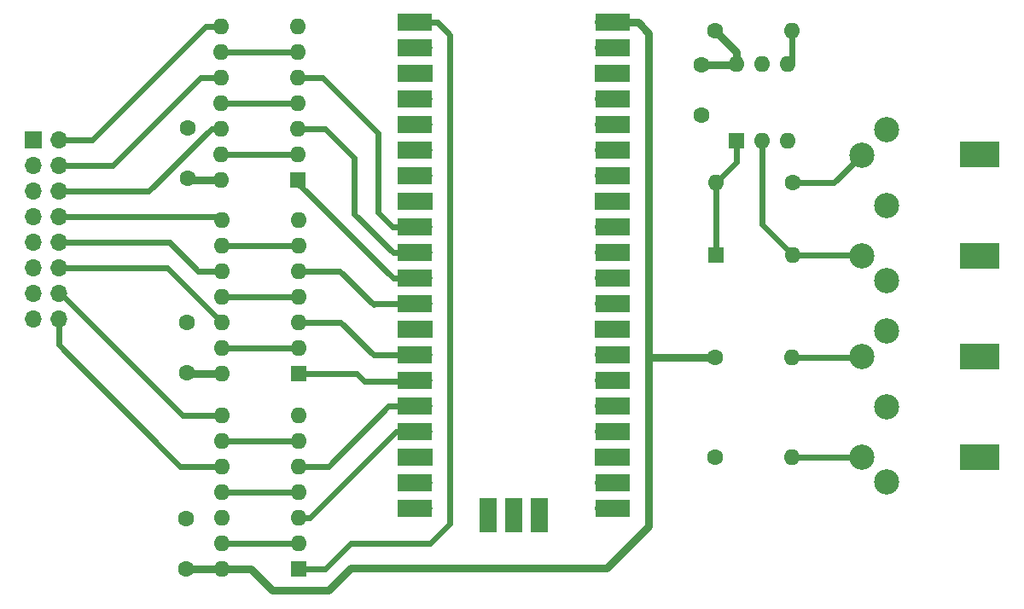
<source format=gbr>
%TF.GenerationSoftware,KiCad,Pcbnew,(6.0.5)*%
%TF.CreationDate,2022-08-31T14:42:19+01:00*%
%TF.ProjectId,PicoMIDISplitterTTL,5069636f-4d49-4444-9953-706c69747465,rev?*%
%TF.SameCoordinates,Original*%
%TF.FileFunction,Copper,L1,Top*%
%TF.FilePolarity,Positive*%
%FSLAX46Y46*%
G04 Gerber Fmt 4.6, Leading zero omitted, Abs format (unit mm)*
G04 Created by KiCad (PCBNEW (6.0.5)) date 2022-08-31 14:42:19*
%MOMM*%
%LPD*%
G01*
G04 APERTURE LIST*
%TA.AperFunction,ComponentPad*%
%ADD10R,1.700000X1.700000*%
%TD*%
%TA.AperFunction,ComponentPad*%
%ADD11O,1.700000X1.700000*%
%TD*%
%TA.AperFunction,SMDPad,CuDef*%
%ADD12R,3.500000X1.700000*%
%TD*%
%TA.AperFunction,SMDPad,CuDef*%
%ADD13R,1.700000X3.500000*%
%TD*%
%TA.AperFunction,ComponentPad*%
%ADD14R,1.600000X1.600000*%
%TD*%
%TA.AperFunction,ComponentPad*%
%ADD15O,1.600000X1.600000*%
%TD*%
%TA.AperFunction,WasherPad*%
%ADD16R,4.000000X2.500000*%
%TD*%
%TA.AperFunction,ComponentPad*%
%ADD17C,2.499360*%
%TD*%
%TA.AperFunction,ComponentPad*%
%ADD18C,1.600000*%
%TD*%
%TA.AperFunction,Conductor*%
%ADD19C,0.600000*%
%TD*%
%TA.AperFunction,Conductor*%
%ADD20C,0.800000*%
%TD*%
G04 APERTURE END LIST*
D10*
%TO.P,J1,1,Pin_1*%
%TO.N,GND*%
X52298600Y-53517800D03*
D11*
%TO.P,J1,2,Pin_2*%
%TO.N,Net-(U1-Pad8)*%
X54838600Y-53517800D03*
%TO.P,J1,3,Pin_3*%
%TO.N,GND*%
X52298600Y-56057800D03*
%TO.P,J1,4,Pin_4*%
%TO.N,Net-(U1-Pad10)*%
X54838600Y-56057800D03*
%TO.P,J1,5,Pin_5*%
%TO.N,GND*%
X52298600Y-58597800D03*
%TO.P,J1,6,Pin_6*%
%TO.N,Net-(U1-Pad12)*%
X54838600Y-58597800D03*
%TO.P,J1,7,Pin_7*%
%TO.N,GND*%
X52298600Y-61137800D03*
%TO.P,J1,8,Pin_8*%
%TO.N,Net-(U2-Pad8)*%
X54838600Y-61137800D03*
%TO.P,J1,9,Pin_9*%
%TO.N,GND*%
X52298600Y-63677800D03*
%TO.P,J1,10,Pin_10*%
%TO.N,Net-(U2-Pad10)*%
X54838600Y-63677800D03*
%TO.P,J1,11,Pin_11*%
%TO.N,GND*%
X52298600Y-66217800D03*
%TO.P,J1,12,Pin_12*%
%TO.N,Net-(U2-Pad12)*%
X54838600Y-66217800D03*
%TO.P,J1,13,Pin_13*%
%TO.N,GND*%
X52298600Y-68757800D03*
%TO.P,J1,14,Pin_14*%
%TO.N,Net-(U3-Pad8)*%
X54838600Y-68757800D03*
%TO.P,J1,15,Pin_15*%
%TO.N,GND*%
X52298600Y-71297800D03*
%TO.P,J1,16,Pin_16*%
%TO.N,Net-(U3-Pad10)*%
X54838600Y-71297800D03*
%TD*%
D12*
%TO.P,U4,1,GPIO0*%
%TO.N,/TX0*%
X90210000Y-41870000D03*
D11*
X91110000Y-41870000D03*
%TO.P,U4,2,GPIO1*%
%TO.N,/RX0*%
X91110000Y-44410000D03*
D12*
X90210000Y-44410000D03*
D10*
%TO.P,U4,3,GND*%
%TO.N,GND*%
X91110000Y-46950000D03*
D12*
X90210000Y-46950000D03*
D11*
%TO.P,U4,4,GPIO2*%
%TO.N,unconnected-(U4-Pad4)*%
X91110000Y-49490000D03*
D12*
X90210000Y-49490000D03*
%TO.P,U4,5,GPIO3*%
%TO.N,unconnected-(U4-Pad5)*%
X90210000Y-52030000D03*
D11*
X91110000Y-52030000D03*
%TO.P,U4,6,GPIO4*%
%TO.N,/TX1*%
X91110000Y-54570000D03*
D12*
X90210000Y-54570000D03*
D11*
%TO.P,U4,7,GPIO5*%
%TO.N,/RX1*%
X91110000Y-57110000D03*
D12*
X90210000Y-57110000D03*
%TO.P,U4,8,GND*%
%TO.N,GND*%
X90210000Y-59650000D03*
D10*
X91110000Y-59650000D03*
D12*
%TO.P,U4,9,GPIO6*%
%TO.N,/PIO_TX0*%
X90210000Y-62190000D03*
D11*
X91110000Y-62190000D03*
D12*
%TO.P,U4,10,GPIO7*%
%TO.N,/PIO_TX1*%
X90210000Y-64730000D03*
D11*
X91110000Y-64730000D03*
D12*
%TO.P,U4,11,GPIO8*%
%TO.N,/PIO_TX2*%
X90210000Y-67270000D03*
D11*
X91110000Y-67270000D03*
%TO.P,U4,12,GPIO9*%
%TO.N,/PIO_TX3*%
X91110000Y-69810000D03*
D12*
X90210000Y-69810000D03*
%TO.P,U4,13,GND*%
%TO.N,GND*%
X90210000Y-72350000D03*
D10*
X91110000Y-72350000D03*
D11*
%TO.P,U4,14,GPIO10*%
%TO.N,/PIO_TX4*%
X91110000Y-74890000D03*
D12*
X90210000Y-74890000D03*
%TO.P,U4,15,GPIO11*%
%TO.N,/PIO_TX5*%
X90210000Y-77430000D03*
D11*
X91110000Y-77430000D03*
%TO.P,U4,16,GPIO12*%
%TO.N,/PIO_TX6*%
X91110000Y-79970000D03*
D12*
X90210000Y-79970000D03*
D11*
%TO.P,U4,17,GPIO13*%
%TO.N,/PIO_TX7*%
X91110000Y-82510000D03*
D12*
X90210000Y-82510000D03*
D10*
%TO.P,U4,18,GND*%
%TO.N,GND*%
X91110000Y-85050000D03*
D12*
X90210000Y-85050000D03*
D11*
%TO.P,U4,19,GPIO14*%
%TO.N,unconnected-(U4-Pad19)*%
X91110000Y-87590000D03*
D12*
X90210000Y-87590000D03*
%TO.P,U4,20,GPIO15*%
%TO.N,unconnected-(U4-Pad20)*%
X90210000Y-90130000D03*
D11*
X91110000Y-90130000D03*
D12*
%TO.P,U4,21,GPIO16*%
%TO.N,unconnected-(U4-Pad21)*%
X109790000Y-90130000D03*
D11*
X108890000Y-90130000D03*
D12*
%TO.P,U4,22,GPIO17*%
%TO.N,unconnected-(U4-Pad22)*%
X109790000Y-87590000D03*
D11*
X108890000Y-87590000D03*
D12*
%TO.P,U4,23,GND*%
%TO.N,GND*%
X109790000Y-85050000D03*
D10*
X108890000Y-85050000D03*
D11*
%TO.P,U4,24,GPIO18*%
%TO.N,unconnected-(U4-Pad24)*%
X108890000Y-82510000D03*
D12*
X109790000Y-82510000D03*
%TO.P,U4,25,GPIO19*%
%TO.N,unconnected-(U4-Pad25)*%
X109790000Y-79970000D03*
D11*
X108890000Y-79970000D03*
%TO.P,U4,26,GPIO20*%
%TO.N,unconnected-(U4-Pad26)*%
X108890000Y-77430000D03*
D12*
X109790000Y-77430000D03*
D11*
%TO.P,U4,27,GPIO21*%
%TO.N,unconnected-(U4-Pad27)*%
X108890000Y-74890000D03*
D12*
X109790000Y-74890000D03*
D10*
%TO.P,U4,28,GND*%
%TO.N,GND*%
X108890000Y-72350000D03*
D12*
X109790000Y-72350000D03*
%TO.P,U4,29,GPIO22*%
%TO.N,unconnected-(U4-Pad29)*%
X109790000Y-69810000D03*
D11*
X108890000Y-69810000D03*
D12*
%TO.P,U4,30,RUN*%
%TO.N,unconnected-(U4-Pad30)*%
X109790000Y-67270000D03*
D11*
X108890000Y-67270000D03*
%TO.P,U4,31,GPIO26_ADC0*%
%TO.N,unconnected-(U4-Pad31)*%
X108890000Y-64730000D03*
D12*
X109790000Y-64730000D03*
D11*
%TO.P,U4,32,GPIO27_ADC1*%
%TO.N,unconnected-(U4-Pad32)*%
X108890000Y-62190000D03*
D12*
X109790000Y-62190000D03*
%TO.P,U4,33,AGND*%
%TO.N,unconnected-(U4-Pad33)*%
X109790000Y-59650000D03*
D10*
X108890000Y-59650000D03*
D12*
%TO.P,U4,34,GPIO28_ADC2*%
%TO.N,unconnected-(U4-Pad34)*%
X109790000Y-57110000D03*
D11*
X108890000Y-57110000D03*
%TO.P,U4,35,ADC_VREF*%
%TO.N,unconnected-(U4-Pad35)*%
X108890000Y-54570000D03*
D12*
X109790000Y-54570000D03*
D11*
%TO.P,U4,36,3V3*%
%TO.N,+3V3*%
X108890000Y-52030000D03*
D12*
X109790000Y-52030000D03*
D11*
%TO.P,U4,37,3V3_EN*%
%TO.N,unconnected-(U4-Pad37)*%
X108890000Y-49490000D03*
D12*
X109790000Y-49490000D03*
%TO.P,U4,38,GND*%
%TO.N,GND*%
X109790000Y-46950000D03*
D10*
X108890000Y-46950000D03*
D11*
%TO.P,U4,39,VSYS*%
%TO.N,unconnected-(U4-Pad39)*%
X108890000Y-44410000D03*
D12*
X109790000Y-44410000D03*
D11*
%TO.P,U4,40,VBUS*%
%TO.N,+5V*%
X108890000Y-41870000D03*
D12*
X109790000Y-41870000D03*
D11*
%TO.P,U4,41,SWCLK*%
%TO.N,unconnected-(U4-Pad41)*%
X97460000Y-89900000D03*
D13*
X97460000Y-90800000D03*
D10*
%TO.P,U4,42,GND*%
%TO.N,unconnected-(U4-Pad42)*%
X100000000Y-89900000D03*
D13*
X100000000Y-90800000D03*
D11*
%TO.P,U4,43,SWDIO*%
%TO.N,unconnected-(U4-Pad43)*%
X102540000Y-89900000D03*
D13*
X102540000Y-90800000D03*
%TD*%
D14*
%TO.P,U2,1*%
%TO.N,/PIO_TX5*%
X78653800Y-76687600D03*
D15*
%TO.P,U2,2*%
%TO.N,Net-(U2-Pad13)*%
X78653800Y-74147600D03*
%TO.P,U2,3*%
%TO.N,/PIO_TX4*%
X78653800Y-71607600D03*
%TO.P,U2,4*%
%TO.N,Net-(U2-Pad11)*%
X78653800Y-69067600D03*
%TO.P,U2,5*%
%TO.N,/PIO_TX3*%
X78653800Y-66527600D03*
%TO.P,U2,6*%
%TO.N,Net-(U2-Pad6)*%
X78653800Y-63987600D03*
%TO.P,U2,7,GND*%
%TO.N,GND*%
X78653800Y-61447600D03*
%TO.P,U2,8*%
%TO.N,Net-(U2-Pad8)*%
X71033800Y-61447600D03*
%TO.P,U2,9*%
%TO.N,Net-(U2-Pad6)*%
X71033800Y-63987600D03*
%TO.P,U2,10*%
%TO.N,Net-(U2-Pad10)*%
X71033800Y-66527600D03*
%TO.P,U2,11*%
%TO.N,Net-(U2-Pad11)*%
X71033800Y-69067600D03*
%TO.P,U2,12*%
%TO.N,Net-(U2-Pad12)*%
X71033800Y-71607600D03*
%TO.P,U2,13*%
%TO.N,Net-(U2-Pad13)*%
X71033800Y-74147600D03*
%TO.P,U2,14,VCC*%
%TO.N,+5V*%
X71033800Y-76687600D03*
%TD*%
D16*
%TO.P,J4,*%
%TO.N,*%
X146197700Y-85001260D03*
X146197700Y-74998740D03*
D17*
%TO.P,J4,1*%
%TO.N,unconnected-(J4-Pad1)*%
X137002800Y-72501920D03*
%TO.P,J4,2*%
%TO.N,GND*%
X137000260Y-80000000D03*
%TO.P,J4,3*%
%TO.N,unconnected-(J4-Pad3)*%
X137002800Y-87498080D03*
%TO.P,J4,4*%
%TO.N,Net-(J4-Pad4)*%
X134500900Y-75003820D03*
%TO.P,J4,5*%
%TO.N,Net-(J4-Pad5)*%
X134500900Y-84996180D03*
%TD*%
D14*
%TO.P,U1,1*%
%TO.N,/PIO_TX2*%
X78577600Y-57459800D03*
D15*
%TO.P,U1,2*%
%TO.N,Net-(U1-Pad13)*%
X78577600Y-54919800D03*
%TO.P,U1,3*%
%TO.N,/PIO_TX1*%
X78577600Y-52379800D03*
%TO.P,U1,4*%
%TO.N,Net-(U1-Pad11)*%
X78577600Y-49839800D03*
%TO.P,U1,5*%
%TO.N,/PIO_TX0*%
X78577600Y-47299800D03*
%TO.P,U1,6*%
%TO.N,Net-(U1-Pad6)*%
X78577600Y-44759800D03*
%TO.P,U1,7,GND*%
%TO.N,GND*%
X78577600Y-42219800D03*
%TO.P,U1,8*%
%TO.N,Net-(U1-Pad8)*%
X70957600Y-42219800D03*
%TO.P,U1,9*%
%TO.N,Net-(U1-Pad6)*%
X70957600Y-44759800D03*
%TO.P,U1,10*%
%TO.N,Net-(U1-Pad10)*%
X70957600Y-47299800D03*
%TO.P,U1,11*%
%TO.N,Net-(U1-Pad11)*%
X70957600Y-49839800D03*
%TO.P,U1,12*%
%TO.N,Net-(U1-Pad12)*%
X70957600Y-52379800D03*
%TO.P,U1,13*%
%TO.N,Net-(U1-Pad13)*%
X70957600Y-54919800D03*
%TO.P,U1,14,VCC*%
%TO.N,+5V*%
X70957600Y-57459800D03*
%TD*%
D16*
%TO.P,J10,*%
%TO.N,*%
X146197700Y-54998740D03*
X146197700Y-65001260D03*
D17*
%TO.P,J10,1*%
%TO.N,unconnected-(J10-Pad1)*%
X137002800Y-52501920D03*
%TO.P,J10,2*%
%TO.N,unconnected-(J10-Pad2)*%
X137000260Y-60000000D03*
%TO.P,J10,3*%
%TO.N,unconnected-(J10-Pad3)*%
X137002800Y-67498080D03*
%TO.P,J10,4*%
%TO.N,Net-(J10-Pad4)*%
X134500900Y-55003820D03*
%TO.P,J10,5*%
%TO.N,Net-(D1-Pad2)*%
X134500900Y-64996180D03*
%TD*%
D14*
%TO.P,D1,1,K*%
%TO.N,Net-(D1-Pad1)*%
X120040400Y-64973200D03*
D15*
%TO.P,D1,2,A*%
%TO.N,Net-(D1-Pad2)*%
X127660400Y-64973200D03*
%TD*%
D18*
%TO.P,R4,1*%
%TO.N,Net-(R4-Pad1)*%
X120000000Y-84988400D03*
D15*
%TO.P,R4,2*%
%TO.N,Net-(J4-Pad5)*%
X127620000Y-84988400D03*
%TD*%
%TO.P,U3,14,VCC*%
%TO.N,+5V*%
X71008400Y-96093200D03*
%TO.P,U3,13*%
%TO.N,Net-(U3-Pad13)*%
X71008400Y-93553200D03*
%TO.P,U3,12*%
%TO.N,Net-(R4-Pad1)*%
X71008400Y-91013200D03*
%TO.P,U3,11*%
%TO.N,Net-(U3-Pad11)*%
X71008400Y-88473200D03*
%TO.P,U3,10*%
%TO.N,Net-(U3-Pad10)*%
X71008400Y-85933200D03*
%TO.P,U3,9*%
%TO.N,Net-(U3-Pad6)*%
X71008400Y-83393200D03*
%TO.P,U3,8*%
%TO.N,Net-(U3-Pad8)*%
X71008400Y-80853200D03*
%TO.P,U3,7,GND*%
%TO.N,GND*%
X78628400Y-80853200D03*
%TO.P,U3,6*%
%TO.N,Net-(U3-Pad6)*%
X78628400Y-83393200D03*
%TO.P,U3,5*%
%TO.N,/PIO_TX6*%
X78628400Y-85933200D03*
%TO.P,U3,4*%
%TO.N,Net-(U3-Pad11)*%
X78628400Y-88473200D03*
%TO.P,U3,3*%
%TO.N,/PIO_TX7*%
X78628400Y-91013200D03*
%TO.P,U3,2*%
%TO.N,Net-(U3-Pad13)*%
X78628400Y-93553200D03*
D14*
%TO.P,U3,1*%
%TO.N,/TX0*%
X78628400Y-96093200D03*
%TD*%
D18*
%TO.P,C4,1*%
%TO.N,GND*%
X118618000Y-51064800D03*
%TO.P,C4,2*%
%TO.N,+3V3*%
X118618000Y-46064800D03*
%TD*%
%TO.P,R10,1*%
%TO.N,+5V*%
X120000000Y-75107800D03*
D15*
%TO.P,R10,2*%
%TO.N,Net-(J4-Pad4)*%
X127620000Y-75107800D03*
%TD*%
D18*
%TO.P,C1,1*%
%TO.N,+5V*%
X67640200Y-57313200D03*
%TO.P,C1,2*%
%TO.N,GND*%
X67640200Y-52313200D03*
%TD*%
D14*
%TO.P,U5,1*%
%TO.N,Net-(D1-Pad1)*%
X122087400Y-53634800D03*
D15*
%TO.P,U5,2*%
%TO.N,Net-(D1-Pad2)*%
X124627400Y-53634800D03*
%TO.P,U5,3*%
%TO.N,unconnected-(U5-Pad3)*%
X127167400Y-53634800D03*
%TO.P,U5,4*%
%TO.N,/RX0*%
X127167400Y-46014800D03*
%TO.P,U5,5*%
%TO.N,GND*%
X124627400Y-46014800D03*
%TO.P,U5,6*%
%TO.N,+3V3*%
X122087400Y-46014800D03*
%TD*%
D18*
%TO.P,C3,1*%
%TO.N,+5V*%
X67487800Y-96149800D03*
%TO.P,C3,2*%
%TO.N,GND*%
X67487800Y-91149800D03*
%TD*%
D15*
%TO.P,R19,2*%
%TO.N,Net-(D1-Pad1)*%
X120040400Y-57734200D03*
D18*
%TO.P,R19,1*%
%TO.N,Net-(J10-Pad4)*%
X127660400Y-57734200D03*
%TD*%
%TO.P,C2,1*%
%TO.N,+5V*%
X67538600Y-76642600D03*
%TO.P,C2,2*%
%TO.N,GND*%
X67538600Y-71642600D03*
%TD*%
%TO.P,R20,1*%
%TO.N,+3V3*%
X120000000Y-42722800D03*
D15*
%TO.P,R20,2*%
%TO.N,/RX0*%
X127620000Y-42722800D03*
%TD*%
D19*
%TO.N,/TX0*%
X93675200Y-91592400D02*
X91732100Y-93535500D01*
X81249600Y-96093200D02*
X78628400Y-96093200D01*
X92466800Y-41870000D02*
X93675200Y-43078400D01*
X93675200Y-43078400D02*
X93675200Y-91592400D01*
X91732100Y-93535500D02*
X83807300Y-93535500D01*
X83807300Y-93535500D02*
X81249600Y-96093200D01*
X91110000Y-41870000D02*
X92466800Y-41870000D01*
%TO.N,/PIO_TX0*%
X81056400Y-47299800D02*
X78577600Y-47299800D01*
X86563200Y-60756800D02*
X86563200Y-52806600D01*
X87996400Y-62190000D02*
X86563200Y-60756800D01*
X91110000Y-62190000D02*
X87996400Y-62190000D01*
X86563200Y-52806600D02*
X81056400Y-47299800D01*
%TO.N,/PIO_TX1*%
X84175600Y-60833000D02*
X84175600Y-55270400D01*
X84150200Y-60858400D02*
X84175600Y-60833000D01*
X81285000Y-52379800D02*
X78577600Y-52379800D01*
X88021800Y-64730000D02*
X84150200Y-60858400D01*
X91110000Y-64730000D02*
X88021800Y-64730000D01*
X84175600Y-55270400D02*
X81285000Y-52379800D01*
%TO.N,/PIO_TX5*%
X85191600Y-77444600D02*
X91095400Y-77444600D01*
X84434600Y-76687600D02*
X85191600Y-77444600D01*
X78653800Y-76687600D02*
X84434600Y-76687600D01*
%TO.N,/PIO_TX3*%
X86106000Y-69875400D02*
X86171400Y-69810000D01*
X86171400Y-69810000D02*
X91110000Y-69810000D01*
X82758200Y-66527600D02*
X86106000Y-69875400D01*
X78653800Y-66527600D02*
X82758200Y-66527600D01*
%TO.N,/PIO_TX4*%
X86091400Y-74890000D02*
X91110000Y-74890000D01*
X82809000Y-71607600D02*
X86091400Y-74890000D01*
X78653800Y-71607600D02*
X82809000Y-71607600D01*
%TO.N,Net-(U2-Pad13)*%
X71033800Y-74147600D02*
X78653800Y-74147600D01*
%TO.N,Net-(U2-Pad11)*%
X71033800Y-69067600D02*
X78653800Y-69067600D01*
%TO.N,Net-(U2-Pad6)*%
X71033800Y-63987600D02*
X78653800Y-63987600D01*
D20*
%TO.N,+5V*%
X81635600Y-98247200D02*
X81902300Y-97980500D01*
X81902300Y-97980500D02*
X83852080Y-96030720D01*
X73919000Y-96093200D02*
X76073000Y-98247200D01*
X76073000Y-98247200D02*
X81635600Y-98247200D01*
X71008400Y-96093200D02*
X73919000Y-96093200D01*
X70951800Y-96149800D02*
X71008400Y-96093200D01*
X67487800Y-96149800D02*
X70951800Y-96149800D01*
D19*
%TO.N,Net-(U3-Pad13)*%
X71008400Y-93553200D02*
X78628400Y-93553200D01*
%TO.N,/PIO_TX7*%
X88300000Y-82510000D02*
X79796800Y-91013200D01*
X91110000Y-82510000D02*
X88300000Y-82510000D01*
X79796800Y-91013200D02*
X78628400Y-91013200D01*
%TO.N,/PIO_TX6*%
X81601400Y-85933200D02*
X87564600Y-79970000D01*
X78628400Y-85933200D02*
X81601400Y-85933200D01*
%TO.N,Net-(U3-Pad11)*%
X71008400Y-88473200D02*
X78628400Y-88473200D01*
%TO.N,Net-(U3-Pad6)*%
X71008400Y-83393200D02*
X78628400Y-83393200D01*
%TO.N,Net-(U3-Pad10)*%
X71008400Y-85933200D02*
X66893600Y-85933200D01*
X66893600Y-85933200D02*
X65118100Y-84157700D01*
X54838600Y-73878200D02*
X65118100Y-84157700D01*
%TO.N,Net-(U3-Pad8)*%
X67137200Y-80853200D02*
X65874900Y-79590900D01*
X71008400Y-80853200D02*
X67137200Y-80853200D01*
X65874900Y-79590900D02*
X55056800Y-68772800D01*
D20*
%TO.N,+5V*%
X67583600Y-76687600D02*
X67538600Y-76642600D01*
X71033800Y-76687600D02*
X67583600Y-76687600D01*
D19*
%TO.N,Net-(U2-Pad12)*%
X65644000Y-66217800D02*
X71033800Y-71607600D01*
X54838600Y-66217800D02*
X65644000Y-66217800D01*
%TO.N,Net-(U2-Pad10)*%
X68686600Y-66527600D02*
X71033800Y-66527600D01*
X65836800Y-63677800D02*
X68686600Y-66527600D01*
%TO.N,Net-(U2-Pad8)*%
X70724000Y-61137800D02*
X71033800Y-61447600D01*
X54838600Y-61137800D02*
X70724000Y-61137800D01*
D20*
%TO.N,+5V*%
X70957600Y-57459800D02*
X67786800Y-57459800D01*
X67786800Y-57459800D02*
X67640200Y-57313200D01*
D19*
%TO.N,Net-(U1-Pad13)*%
X70957600Y-54919800D02*
X78577600Y-54919800D01*
%TO.N,Net-(U1-Pad11)*%
X70957600Y-49839800D02*
X78577600Y-49839800D01*
%TO.N,Net-(U1-Pad6)*%
X70957600Y-44759800D02*
X78577600Y-44759800D01*
%TO.N,Net-(U1-Pad12)*%
X63779400Y-58597800D02*
X69997400Y-52379800D01*
X69997400Y-52379800D02*
X70957600Y-52379800D01*
X54838600Y-58597800D02*
X63779400Y-58597800D01*
%TO.N,Net-(U1-Pad10)*%
X70957600Y-47299800D02*
X68956000Y-47299800D01*
%TO.N,Net-(U1-Pad8)*%
X70957600Y-42219800D02*
X69464000Y-42219800D01*
X69464000Y-42219800D02*
X58166000Y-53517800D01*
X58166000Y-53517800D02*
X54838600Y-53517800D01*
%TO.N,Net-(U1-Pad10)*%
X67462400Y-48793400D02*
X68956000Y-47299800D01*
X67462400Y-48793400D02*
X68148200Y-48107600D01*
X60198000Y-56057800D02*
X67462400Y-48793400D01*
X68148200Y-48107600D02*
X68448000Y-47807800D01*
%TO.N,/PIO_TX6*%
X91110000Y-79970000D02*
X87564600Y-79970000D01*
D20*
%TO.N,+5V*%
X113411000Y-91858440D02*
X113411000Y-75057000D01*
X83852080Y-96030720D02*
X109238720Y-96030720D01*
X109238720Y-96030720D02*
X113411000Y-91858440D01*
D19*
%TO.N,Net-(U1-Pad10)*%
X54838600Y-56057800D02*
X60198000Y-56057800D01*
%TO.N,Net-(U2-Pad10)*%
X54838600Y-63677800D02*
X65836800Y-63677800D01*
%TO.N,Net-(U3-Pad10)*%
X54838600Y-71297800D02*
X54838600Y-73878200D01*
D20*
%TO.N,+3V3*%
X122037400Y-46064800D02*
X122087400Y-46014800D01*
X118618000Y-46064800D02*
X122037400Y-46064800D01*
%TO.N,+5V*%
X113461800Y-75107800D02*
X120000000Y-75107800D01*
X113411000Y-75057000D02*
X113461800Y-75107800D01*
X113411000Y-42900600D02*
X113411000Y-75057000D01*
X108890000Y-41870000D02*
X112380400Y-41870000D01*
X112380400Y-41870000D02*
X113411000Y-42900600D01*
D19*
%TO.N,Net-(J4-Pad5)*%
X134493120Y-84988400D02*
X134500900Y-84996180D01*
X127620000Y-84988400D02*
X134493120Y-84988400D01*
%TO.N,Net-(J4-Pad4)*%
X134396920Y-75107800D02*
X134500900Y-75003820D01*
X127620000Y-75107800D02*
X134396920Y-75107800D01*
%TO.N,Net-(D1-Pad1)*%
X122087400Y-55687200D02*
X120040400Y-57734200D01*
X122087400Y-53634800D02*
X122087400Y-55687200D01*
X120040400Y-64973200D02*
X120040400Y-57734200D01*
%TO.N,Net-(D1-Pad2)*%
X124627400Y-61940200D02*
X127660400Y-64973200D01*
X124627400Y-53634800D02*
X124627400Y-61940200D01*
X134477920Y-64973200D02*
X134500900Y-64996180D01*
X127660400Y-64973200D02*
X134477920Y-64973200D01*
%TO.N,Net-(J10-Pad4)*%
X131770520Y-57734200D02*
X134500900Y-55003820D01*
X127660400Y-57734200D02*
X131770520Y-57734200D01*
%TO.N,/RX0*%
X127620000Y-42722800D02*
X127620000Y-45562200D01*
X127620000Y-45562200D02*
X127167400Y-46014800D01*
%TO.N,/PIO_TX2*%
X88047200Y-67270000D02*
X91110000Y-67270000D01*
X78679200Y-57967800D02*
X78745000Y-57967800D01*
X78745000Y-57967800D02*
X88047200Y-67270000D01*
D20*
%TO.N,+3V3*%
X122087400Y-44810200D02*
X120000000Y-42722800D01*
X122087400Y-46014800D02*
X122087400Y-44810200D01*
%TD*%
M02*

</source>
